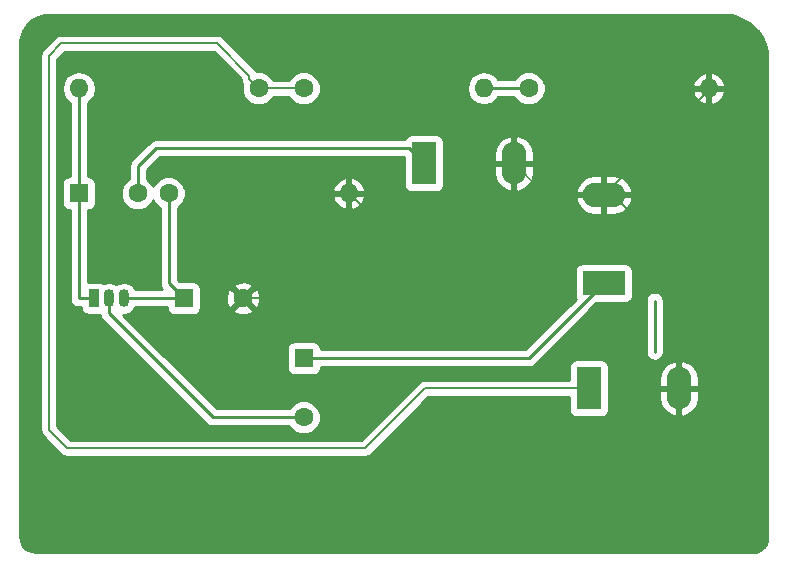
<source format=gbr>
G04 #@! TF.FileFunction,Copper,L1,Top,Signal*
%FSLAX46Y46*%
G04 Gerber Fmt 4.6, Leading zero omitted, Abs format (unit mm)*
G04 Created by KiCad (PCBNEW 4.0.6) date 05/24/17 23:06:32*
%MOMM*%
%LPD*%
G01*
G04 APERTURE LIST*
%ADD10C,0.100000*%
%ADD11R,1.600000X1.600000*%
%ADD12C,1.600000*%
%ADD13R,3.600000X2.100000*%
%ADD14O,3.600000X2.100000*%
%ADD15R,2.100000X3.600000*%
%ADD16O,2.100000X3.600000*%
%ADD17O,0.900000X1.500000*%
%ADD18R,0.900000X1.500000*%
%ADD19O,1.600000X1.600000*%
%ADD20C,0.250000*%
%ADD21C,0.200000*%
%ADD22C,0.254000*%
G04 APERTURE END LIST*
D10*
D11*
X160020000Y-76200000D03*
D12*
X160020000Y-81200000D03*
D11*
X149860000Y-71120000D03*
D12*
X154860000Y-71120000D03*
D11*
X140970000Y-62230000D03*
D12*
X145970000Y-62230000D03*
D13*
X185420000Y-69850000D03*
D14*
X185420000Y-62350000D03*
D15*
X170180000Y-59690000D03*
D16*
X177800000Y-59690000D03*
D17*
X143510000Y-71120000D03*
X144780000Y-71120000D03*
D18*
X142240000Y-71120000D03*
D12*
X160020000Y-53340000D03*
D19*
X175260000Y-53340000D03*
D12*
X179070000Y-53340000D03*
D19*
X194310000Y-53340000D03*
D12*
X156210000Y-53340000D03*
D19*
X140970000Y-53340000D03*
D12*
X148590000Y-62230000D03*
D19*
X163830000Y-62230000D03*
D15*
X184150000Y-78740000D03*
D16*
X191770000Y-78740000D03*
D20*
X189738000Y-71315580D02*
X189738000Y-75658980D01*
X160020000Y-76200000D02*
X179070000Y-76200000D01*
X179070000Y-76200000D02*
X185420000Y-69850000D01*
X143510000Y-71120000D02*
X143510000Y-72390000D01*
X152320000Y-81200000D02*
X160020000Y-81200000D01*
X143510000Y-72390000D02*
X152320000Y-81200000D01*
X149860000Y-71120000D02*
X144780000Y-71120000D01*
X148590000Y-62230000D02*
X148590000Y-69850000D01*
X148590000Y-69850000D02*
X149860000Y-71120000D01*
D21*
X185420000Y-62350000D02*
X186170000Y-62350000D01*
X186170000Y-62350000D02*
X191770000Y-67950000D01*
X191770000Y-67950000D02*
X191770000Y-76740000D01*
X191770000Y-76740000D02*
X191770000Y-78740000D01*
X168605200Y-71120000D02*
X177800000Y-61925200D01*
X177800000Y-61925200D02*
X177800000Y-59690000D01*
X154860000Y-71120000D02*
X168605200Y-71120000D01*
X154860000Y-71120000D02*
X163830000Y-71120000D01*
X163830000Y-71120000D02*
X163830000Y-62230000D01*
X177800000Y-59690000D02*
X173990000Y-59690000D01*
X166370000Y-64770000D02*
X163830000Y-62230000D01*
X168910000Y-64770000D02*
X166370000Y-64770000D01*
X173990000Y-59690000D02*
X168910000Y-64770000D01*
X185420000Y-62350000D02*
X180460000Y-62350000D01*
X180460000Y-62350000D02*
X177800000Y-59690000D01*
X194310000Y-53340000D02*
X194310000Y-53460000D01*
X194310000Y-53460000D02*
X185420000Y-62350000D01*
D20*
X140970000Y-62230000D02*
X140970000Y-71120000D01*
X140970000Y-71120000D02*
X142240000Y-71120000D01*
X140970000Y-53340000D02*
X140970000Y-62230000D01*
X145970000Y-62230000D02*
X145970000Y-59950340D01*
X145970000Y-59950340D02*
X147500340Y-58420000D01*
X147500340Y-58420000D02*
X168910000Y-58420000D01*
X168910000Y-58420000D02*
X170180000Y-59690000D01*
D21*
X156210000Y-53340000D02*
X155410001Y-52540001D01*
X138430000Y-82237580D02*
X140012420Y-83820000D01*
X155410001Y-52540001D02*
X155410001Y-52255521D01*
X138430000Y-50568860D02*
X138430000Y-82237580D01*
X155410001Y-52255521D02*
X152684480Y-49530000D01*
X152684480Y-49530000D02*
X139468860Y-49530000D01*
X139468860Y-49530000D02*
X138430000Y-50568860D01*
X140012420Y-83820000D02*
X165193980Y-83820000D01*
X165193980Y-83820000D02*
X170273980Y-78740000D01*
X170273980Y-78740000D02*
X184150000Y-78740000D01*
X156210000Y-53340000D02*
X160020000Y-53340000D01*
D20*
X175260000Y-53340000D02*
X179070000Y-53340000D01*
D22*
G36*
X195904862Y-47144277D02*
X195907692Y-47144536D01*
X196219873Y-47169510D01*
X196551615Y-47224403D01*
X197406305Y-47604541D01*
X197713304Y-47768750D01*
X198525342Y-48580788D01*
X198867072Y-49129996D01*
X199130600Y-49802364D01*
X199247768Y-50375998D01*
X199273160Y-91274614D01*
X199270777Y-91653496D01*
X199172799Y-91893988D01*
X198992277Y-92171714D01*
X198626051Y-92467058D01*
X198461856Y-92544834D01*
X198306726Y-92572844D01*
X137314982Y-92593157D01*
X136978198Y-92552262D01*
X136627406Y-92444686D01*
X136325376Y-92231221D01*
X136138328Y-91951776D01*
X136035988Y-91607541D01*
X136014461Y-91310946D01*
X136021891Y-50568860D01*
X137695000Y-50568860D01*
X137695000Y-82237580D01*
X137730738Y-82417243D01*
X137750949Y-82518852D01*
X137910277Y-82757303D01*
X139492697Y-84339724D01*
X139731148Y-84499051D01*
X140012420Y-84555000D01*
X165193980Y-84555000D01*
X165475252Y-84499051D01*
X165713703Y-84339723D01*
X170578427Y-79475000D01*
X182452560Y-79475000D01*
X182452560Y-80540000D01*
X182496838Y-80775317D01*
X182635910Y-80991441D01*
X182848110Y-81136431D01*
X183100000Y-81187440D01*
X185200000Y-81187440D01*
X185435317Y-81143162D01*
X185651441Y-81004090D01*
X185796431Y-80791890D01*
X185847440Y-80540000D01*
X185847440Y-78867000D01*
X190085000Y-78867000D01*
X190085000Y-79617000D01*
X190261864Y-80252154D01*
X190668328Y-80771277D01*
X191242511Y-81095337D01*
X191381721Y-81129654D01*
X191643000Y-81010957D01*
X191643000Y-78867000D01*
X191897000Y-78867000D01*
X191897000Y-81010957D01*
X192158279Y-81129654D01*
X192297489Y-81095337D01*
X192871672Y-80771277D01*
X193278136Y-80252154D01*
X193455000Y-79617000D01*
X193455000Y-78867000D01*
X191897000Y-78867000D01*
X191643000Y-78867000D01*
X190085000Y-78867000D01*
X185847440Y-78867000D01*
X185847440Y-77863000D01*
X190085000Y-77863000D01*
X190085000Y-78613000D01*
X191643000Y-78613000D01*
X191643000Y-76469043D01*
X191897000Y-76469043D01*
X191897000Y-78613000D01*
X193455000Y-78613000D01*
X193455000Y-77863000D01*
X193278136Y-77227846D01*
X192871672Y-76708723D01*
X192297489Y-76384663D01*
X192158279Y-76350346D01*
X191897000Y-76469043D01*
X191643000Y-76469043D01*
X191381721Y-76350346D01*
X191242511Y-76384663D01*
X190668328Y-76708723D01*
X190261864Y-77227846D01*
X190085000Y-77863000D01*
X185847440Y-77863000D01*
X185847440Y-76940000D01*
X185803162Y-76704683D01*
X185664090Y-76488559D01*
X185451890Y-76343569D01*
X185200000Y-76292560D01*
X183100000Y-76292560D01*
X182864683Y-76336838D01*
X182648559Y-76475910D01*
X182503569Y-76688110D01*
X182452560Y-76940000D01*
X182452560Y-78005000D01*
X170273980Y-78005000D01*
X169992708Y-78060949D01*
X169754257Y-78220276D01*
X164889534Y-83085000D01*
X140316867Y-83085000D01*
X139165000Y-81933134D01*
X139165000Y-53340000D01*
X139506887Y-53340000D01*
X139616120Y-53889151D01*
X139927189Y-54354698D01*
X140210000Y-54543667D01*
X140210000Y-60782560D01*
X140170000Y-60782560D01*
X139934683Y-60826838D01*
X139718559Y-60965910D01*
X139573569Y-61178110D01*
X139522560Y-61430000D01*
X139522560Y-63030000D01*
X139566838Y-63265317D01*
X139705910Y-63481441D01*
X139918110Y-63626431D01*
X140170000Y-63677440D01*
X140210000Y-63677440D01*
X140210000Y-71120000D01*
X140267852Y-71410839D01*
X140432599Y-71657401D01*
X140679161Y-71822148D01*
X140970000Y-71880000D01*
X141144442Y-71880000D01*
X141186838Y-72105317D01*
X141325910Y-72321441D01*
X141538110Y-72466431D01*
X141790000Y-72517440D01*
X142690000Y-72517440D01*
X142772270Y-72501960D01*
X142807852Y-72680839D01*
X142972599Y-72927401D01*
X151782599Y-81737401D01*
X152029161Y-81902148D01*
X152320000Y-81960000D01*
X158781354Y-81960000D01*
X158802757Y-82011800D01*
X159206077Y-82415824D01*
X159733309Y-82634750D01*
X160304187Y-82635248D01*
X160831800Y-82417243D01*
X161235824Y-82013923D01*
X161454750Y-81486691D01*
X161455248Y-80915813D01*
X161237243Y-80388200D01*
X160833923Y-79984176D01*
X160306691Y-79765250D01*
X159735813Y-79764752D01*
X159208200Y-79982757D01*
X158804176Y-80386077D01*
X158781785Y-80440000D01*
X152634802Y-80440000D01*
X147594802Y-75400000D01*
X158572560Y-75400000D01*
X158572560Y-77000000D01*
X158616838Y-77235317D01*
X158755910Y-77451441D01*
X158968110Y-77596431D01*
X159220000Y-77647440D01*
X160820000Y-77647440D01*
X161055317Y-77603162D01*
X161271441Y-77464090D01*
X161416431Y-77251890D01*
X161467440Y-77000000D01*
X161467440Y-76960000D01*
X179070000Y-76960000D01*
X179360839Y-76902148D01*
X179607401Y-76737401D01*
X184797362Y-71547440D01*
X187220000Y-71547440D01*
X187455317Y-71503162D01*
X187671441Y-71364090D01*
X187704586Y-71315580D01*
X188978000Y-71315580D01*
X188978000Y-75658980D01*
X189035852Y-75949819D01*
X189200599Y-76196381D01*
X189447161Y-76361128D01*
X189738000Y-76418980D01*
X190028839Y-76361128D01*
X190275401Y-76196381D01*
X190440148Y-75949819D01*
X190498000Y-75658980D01*
X190498000Y-71315580D01*
X190440148Y-71024741D01*
X190275401Y-70778179D01*
X190028839Y-70613432D01*
X189738000Y-70555580D01*
X189447161Y-70613432D01*
X189200599Y-70778179D01*
X189035852Y-71024741D01*
X188978000Y-71315580D01*
X187704586Y-71315580D01*
X187816431Y-71151890D01*
X187867440Y-70900000D01*
X187867440Y-68800000D01*
X187823162Y-68564683D01*
X187684090Y-68348559D01*
X187471890Y-68203569D01*
X187220000Y-68152560D01*
X183620000Y-68152560D01*
X183384683Y-68196838D01*
X183168559Y-68335910D01*
X183023569Y-68548110D01*
X182972560Y-68800000D01*
X182972560Y-70900000D01*
X183016838Y-71135317D01*
X183033691Y-71161507D01*
X178755198Y-75440000D01*
X161467440Y-75440000D01*
X161467440Y-75400000D01*
X161423162Y-75164683D01*
X161284090Y-74948559D01*
X161071890Y-74803569D01*
X160820000Y-74752560D01*
X159220000Y-74752560D01*
X158984683Y-74796838D01*
X158768559Y-74935910D01*
X158623569Y-75148110D01*
X158572560Y-75400000D01*
X147594802Y-75400000D01*
X144713760Y-72518958D01*
X144780000Y-72532134D01*
X145195212Y-72449543D01*
X145547211Y-72214345D01*
X145770613Y-71880000D01*
X148412560Y-71880000D01*
X148412560Y-71920000D01*
X148456838Y-72155317D01*
X148595910Y-72371441D01*
X148808110Y-72516431D01*
X149060000Y-72567440D01*
X150660000Y-72567440D01*
X150895317Y-72523162D01*
X151111441Y-72384090D01*
X151256431Y-72171890D01*
X151265370Y-72127745D01*
X154031861Y-72127745D01*
X154105995Y-72373864D01*
X154643223Y-72566965D01*
X155213454Y-72539778D01*
X155614005Y-72373864D01*
X155688139Y-72127745D01*
X154860000Y-71299605D01*
X154031861Y-72127745D01*
X151265370Y-72127745D01*
X151307440Y-71920000D01*
X151307440Y-70903223D01*
X153413035Y-70903223D01*
X153440222Y-71473454D01*
X153606136Y-71874005D01*
X153852255Y-71948139D01*
X154680395Y-71120000D01*
X155039605Y-71120000D01*
X155867745Y-71948139D01*
X156113864Y-71874005D01*
X156306965Y-71336777D01*
X156279778Y-70766546D01*
X156113864Y-70365995D01*
X155867745Y-70291861D01*
X155039605Y-71120000D01*
X154680395Y-71120000D01*
X153852255Y-70291861D01*
X153606136Y-70365995D01*
X153413035Y-70903223D01*
X151307440Y-70903223D01*
X151307440Y-70320000D01*
X151268351Y-70112255D01*
X154031861Y-70112255D01*
X154860000Y-70940395D01*
X155688139Y-70112255D01*
X155614005Y-69866136D01*
X155076777Y-69673035D01*
X154506546Y-69700222D01*
X154105995Y-69866136D01*
X154031861Y-70112255D01*
X151268351Y-70112255D01*
X151263162Y-70084683D01*
X151124090Y-69868559D01*
X150911890Y-69723569D01*
X150660000Y-69672560D01*
X149487362Y-69672560D01*
X149350000Y-69535198D01*
X149350000Y-63468646D01*
X149401800Y-63447243D01*
X149805824Y-63043923D01*
X149998860Y-62579039D01*
X162438096Y-62579039D01*
X162598959Y-62967423D01*
X162974866Y-63382389D01*
X163480959Y-63621914D01*
X163703000Y-63500629D01*
X163703000Y-62357000D01*
X163957000Y-62357000D01*
X163957000Y-63500629D01*
X164179041Y-63621914D01*
X164685134Y-63382389D01*
X165061041Y-62967423D01*
X165155949Y-62738279D01*
X183030346Y-62738279D01*
X183064663Y-62877489D01*
X183388723Y-63451672D01*
X183907846Y-63858136D01*
X184543000Y-64035000D01*
X185293000Y-64035000D01*
X185293000Y-62477000D01*
X185547000Y-62477000D01*
X185547000Y-64035000D01*
X186297000Y-64035000D01*
X186932154Y-63858136D01*
X187451277Y-63451672D01*
X187775337Y-62877489D01*
X187809654Y-62738279D01*
X187690957Y-62477000D01*
X185547000Y-62477000D01*
X185293000Y-62477000D01*
X183149043Y-62477000D01*
X183030346Y-62738279D01*
X165155949Y-62738279D01*
X165221904Y-62579039D01*
X165099915Y-62357000D01*
X163957000Y-62357000D01*
X163703000Y-62357000D01*
X162560085Y-62357000D01*
X162438096Y-62579039D01*
X149998860Y-62579039D01*
X150024750Y-62516691D01*
X150025248Y-61945813D01*
X149998452Y-61880961D01*
X162438096Y-61880961D01*
X162560085Y-62103000D01*
X163703000Y-62103000D01*
X163703000Y-60959371D01*
X163957000Y-60959371D01*
X163957000Y-62103000D01*
X165099915Y-62103000D01*
X165221904Y-61880961D01*
X165061041Y-61492577D01*
X164685134Y-61077611D01*
X164179041Y-60838086D01*
X163957000Y-60959371D01*
X163703000Y-60959371D01*
X163480959Y-60838086D01*
X162974866Y-61077611D01*
X162598959Y-61492577D01*
X162438096Y-61880961D01*
X149998452Y-61880961D01*
X149807243Y-61418200D01*
X149403923Y-61014176D01*
X148876691Y-60795250D01*
X148305813Y-60794752D01*
X147778200Y-61012757D01*
X147374176Y-61416077D01*
X147280039Y-61642784D01*
X147187243Y-61418200D01*
X146783923Y-61014176D01*
X146730000Y-60991785D01*
X146730000Y-60265142D01*
X147815142Y-59180000D01*
X168482560Y-59180000D01*
X168482560Y-61490000D01*
X168526838Y-61725317D01*
X168665910Y-61941441D01*
X168878110Y-62086431D01*
X169130000Y-62137440D01*
X171230000Y-62137440D01*
X171465317Y-62093162D01*
X171681441Y-61954090D01*
X171826431Y-61741890D01*
X171877440Y-61490000D01*
X171877440Y-59817000D01*
X176115000Y-59817000D01*
X176115000Y-60567000D01*
X176291864Y-61202154D01*
X176698328Y-61721277D01*
X177272511Y-62045337D01*
X177411721Y-62079654D01*
X177673000Y-61960957D01*
X177673000Y-59817000D01*
X177927000Y-59817000D01*
X177927000Y-61960957D01*
X178188279Y-62079654D01*
X178327489Y-62045337D01*
X178475643Y-61961721D01*
X183030346Y-61961721D01*
X183149043Y-62223000D01*
X185293000Y-62223000D01*
X185293000Y-60665000D01*
X185547000Y-60665000D01*
X185547000Y-62223000D01*
X187690957Y-62223000D01*
X187809654Y-61961721D01*
X187775337Y-61822511D01*
X187451277Y-61248328D01*
X186932154Y-60841864D01*
X186297000Y-60665000D01*
X185547000Y-60665000D01*
X185293000Y-60665000D01*
X184543000Y-60665000D01*
X183907846Y-60841864D01*
X183388723Y-61248328D01*
X183064663Y-61822511D01*
X183030346Y-61961721D01*
X178475643Y-61961721D01*
X178901672Y-61721277D01*
X179308136Y-61202154D01*
X179485000Y-60567000D01*
X179485000Y-59817000D01*
X177927000Y-59817000D01*
X177673000Y-59817000D01*
X176115000Y-59817000D01*
X171877440Y-59817000D01*
X171877440Y-58813000D01*
X176115000Y-58813000D01*
X176115000Y-59563000D01*
X177673000Y-59563000D01*
X177673000Y-57419043D01*
X177927000Y-57419043D01*
X177927000Y-59563000D01*
X179485000Y-59563000D01*
X179485000Y-58813000D01*
X179308136Y-58177846D01*
X178901672Y-57658723D01*
X178327489Y-57334663D01*
X178188279Y-57300346D01*
X177927000Y-57419043D01*
X177673000Y-57419043D01*
X177411721Y-57300346D01*
X177272511Y-57334663D01*
X176698328Y-57658723D01*
X176291864Y-58177846D01*
X176115000Y-58813000D01*
X171877440Y-58813000D01*
X171877440Y-57890000D01*
X171833162Y-57654683D01*
X171694090Y-57438559D01*
X171481890Y-57293569D01*
X171230000Y-57242560D01*
X169130000Y-57242560D01*
X168894683Y-57286838D01*
X168678559Y-57425910D01*
X168533569Y-57638110D01*
X168529136Y-57660000D01*
X147500340Y-57660000D01*
X147209501Y-57717852D01*
X146962939Y-57882599D01*
X145432599Y-59412939D01*
X145267852Y-59659501D01*
X145210000Y-59950340D01*
X145210000Y-60991354D01*
X145158200Y-61012757D01*
X144754176Y-61416077D01*
X144535250Y-61943309D01*
X144534752Y-62514187D01*
X144752757Y-63041800D01*
X145156077Y-63445824D01*
X145683309Y-63664750D01*
X146254187Y-63665248D01*
X146781800Y-63447243D01*
X147185824Y-63043923D01*
X147279961Y-62817216D01*
X147372757Y-63041800D01*
X147776077Y-63445824D01*
X147830000Y-63468215D01*
X147830000Y-69850000D01*
X147887852Y-70140839D01*
X148034290Y-70360000D01*
X145770613Y-70360000D01*
X145547211Y-70025655D01*
X145195212Y-69790457D01*
X144780000Y-69707866D01*
X144364788Y-69790457D01*
X144145000Y-69937315D01*
X143925212Y-69790457D01*
X143510000Y-69707866D01*
X143094788Y-69790457D01*
X143029981Y-69833759D01*
X142941890Y-69773569D01*
X142690000Y-69722560D01*
X141790000Y-69722560D01*
X141730000Y-69733850D01*
X141730000Y-63677440D01*
X141770000Y-63677440D01*
X142005317Y-63633162D01*
X142221441Y-63494090D01*
X142366431Y-63281890D01*
X142417440Y-63030000D01*
X142417440Y-61430000D01*
X142373162Y-61194683D01*
X142234090Y-60978559D01*
X142021890Y-60833569D01*
X141770000Y-60782560D01*
X141730000Y-60782560D01*
X141730000Y-54543667D01*
X142012811Y-54354698D01*
X142323880Y-53889151D01*
X142433113Y-53340000D01*
X142323880Y-52790849D01*
X142012811Y-52325302D01*
X141547264Y-52014233D01*
X140998113Y-51905000D01*
X140941887Y-51905000D01*
X140392736Y-52014233D01*
X139927189Y-52325302D01*
X139616120Y-52790849D01*
X139506887Y-53340000D01*
X139165000Y-53340000D01*
X139165000Y-50873306D01*
X139773307Y-50265000D01*
X152380034Y-50265000D01*
X154679959Y-52564926D01*
X154730752Y-52820276D01*
X154730950Y-52821273D01*
X154817694Y-52951094D01*
X154775250Y-53053309D01*
X154774752Y-53624187D01*
X154992757Y-54151800D01*
X155396077Y-54555824D01*
X155923309Y-54774750D01*
X156494187Y-54775248D01*
X157021800Y-54557243D01*
X157425824Y-54153923D01*
X157458596Y-54075000D01*
X158771024Y-54075000D01*
X158802757Y-54151800D01*
X159206077Y-54555824D01*
X159733309Y-54774750D01*
X160304187Y-54775248D01*
X160831800Y-54557243D01*
X161235824Y-54153923D01*
X161454750Y-53626691D01*
X161455000Y-53340000D01*
X173796887Y-53340000D01*
X173906120Y-53889151D01*
X174217189Y-54354698D01*
X174682736Y-54665767D01*
X175231887Y-54775000D01*
X175288113Y-54775000D01*
X175837264Y-54665767D01*
X176302811Y-54354698D01*
X176472995Y-54100000D01*
X177831354Y-54100000D01*
X177852757Y-54151800D01*
X178256077Y-54555824D01*
X178783309Y-54774750D01*
X179354187Y-54775248D01*
X179881800Y-54557243D01*
X180285824Y-54153923D01*
X180478860Y-53689039D01*
X192918096Y-53689039D01*
X193078959Y-54077423D01*
X193454866Y-54492389D01*
X193960959Y-54731914D01*
X194183000Y-54610629D01*
X194183000Y-53467000D01*
X194437000Y-53467000D01*
X194437000Y-54610629D01*
X194659041Y-54731914D01*
X195165134Y-54492389D01*
X195541041Y-54077423D01*
X195701904Y-53689039D01*
X195579915Y-53467000D01*
X194437000Y-53467000D01*
X194183000Y-53467000D01*
X193040085Y-53467000D01*
X192918096Y-53689039D01*
X180478860Y-53689039D01*
X180504750Y-53626691D01*
X180505248Y-53055813D01*
X180478452Y-52990961D01*
X192918096Y-52990961D01*
X193040085Y-53213000D01*
X194183000Y-53213000D01*
X194183000Y-52069371D01*
X194437000Y-52069371D01*
X194437000Y-53213000D01*
X195579915Y-53213000D01*
X195701904Y-52990961D01*
X195541041Y-52602577D01*
X195165134Y-52187611D01*
X194659041Y-51948086D01*
X194437000Y-52069371D01*
X194183000Y-52069371D01*
X193960959Y-51948086D01*
X193454866Y-52187611D01*
X193078959Y-52602577D01*
X192918096Y-52990961D01*
X180478452Y-52990961D01*
X180287243Y-52528200D01*
X179883923Y-52124176D01*
X179356691Y-51905250D01*
X178785813Y-51904752D01*
X178258200Y-52122757D01*
X177854176Y-52526077D01*
X177831785Y-52580000D01*
X176472995Y-52580000D01*
X176302811Y-52325302D01*
X175837264Y-52014233D01*
X175288113Y-51905000D01*
X175231887Y-51905000D01*
X174682736Y-52014233D01*
X174217189Y-52325302D01*
X173906120Y-52790849D01*
X173796887Y-53340000D01*
X161455000Y-53340000D01*
X161455248Y-53055813D01*
X161237243Y-52528200D01*
X160833923Y-52124176D01*
X160306691Y-51905250D01*
X159735813Y-51904752D01*
X159208200Y-52122757D01*
X158804176Y-52526077D01*
X158771404Y-52605000D01*
X157458976Y-52605000D01*
X157427243Y-52528200D01*
X157023923Y-52124176D01*
X156496691Y-51905250D01*
X156042684Y-51904854D01*
X155929725Y-51735798D01*
X153204203Y-49010277D01*
X152965752Y-48850949D01*
X152684480Y-48795000D01*
X139468860Y-48795000D01*
X139187588Y-48850949D01*
X138949137Y-49010276D01*
X137910277Y-50049137D01*
X137750949Y-50287588D01*
X137695000Y-50568860D01*
X136021891Y-50568860D01*
X136022080Y-49537643D01*
X136034224Y-49234022D01*
X136136177Y-48775233D01*
X136327850Y-48298448D01*
X136482250Y-48115975D01*
X136490970Y-48104387D01*
X136624953Y-47903413D01*
X136969018Y-47583241D01*
X137507160Y-47276427D01*
X137744849Y-47194867D01*
X138095045Y-47137301D01*
X195416074Y-47094145D01*
X195904862Y-47144277D01*
X195904862Y-47144277D01*
G37*
X195904862Y-47144277D02*
X195907692Y-47144536D01*
X196219873Y-47169510D01*
X196551615Y-47224403D01*
X197406305Y-47604541D01*
X197713304Y-47768750D01*
X198525342Y-48580788D01*
X198867072Y-49129996D01*
X199130600Y-49802364D01*
X199247768Y-50375998D01*
X199273160Y-91274614D01*
X199270777Y-91653496D01*
X199172799Y-91893988D01*
X198992277Y-92171714D01*
X198626051Y-92467058D01*
X198461856Y-92544834D01*
X198306726Y-92572844D01*
X137314982Y-92593157D01*
X136978198Y-92552262D01*
X136627406Y-92444686D01*
X136325376Y-92231221D01*
X136138328Y-91951776D01*
X136035988Y-91607541D01*
X136014461Y-91310946D01*
X136021891Y-50568860D01*
X137695000Y-50568860D01*
X137695000Y-82237580D01*
X137730738Y-82417243D01*
X137750949Y-82518852D01*
X137910277Y-82757303D01*
X139492697Y-84339724D01*
X139731148Y-84499051D01*
X140012420Y-84555000D01*
X165193980Y-84555000D01*
X165475252Y-84499051D01*
X165713703Y-84339723D01*
X170578427Y-79475000D01*
X182452560Y-79475000D01*
X182452560Y-80540000D01*
X182496838Y-80775317D01*
X182635910Y-80991441D01*
X182848110Y-81136431D01*
X183100000Y-81187440D01*
X185200000Y-81187440D01*
X185435317Y-81143162D01*
X185651441Y-81004090D01*
X185796431Y-80791890D01*
X185847440Y-80540000D01*
X185847440Y-78867000D01*
X190085000Y-78867000D01*
X190085000Y-79617000D01*
X190261864Y-80252154D01*
X190668328Y-80771277D01*
X191242511Y-81095337D01*
X191381721Y-81129654D01*
X191643000Y-81010957D01*
X191643000Y-78867000D01*
X191897000Y-78867000D01*
X191897000Y-81010957D01*
X192158279Y-81129654D01*
X192297489Y-81095337D01*
X192871672Y-80771277D01*
X193278136Y-80252154D01*
X193455000Y-79617000D01*
X193455000Y-78867000D01*
X191897000Y-78867000D01*
X191643000Y-78867000D01*
X190085000Y-78867000D01*
X185847440Y-78867000D01*
X185847440Y-77863000D01*
X190085000Y-77863000D01*
X190085000Y-78613000D01*
X191643000Y-78613000D01*
X191643000Y-76469043D01*
X191897000Y-76469043D01*
X191897000Y-78613000D01*
X193455000Y-78613000D01*
X193455000Y-77863000D01*
X193278136Y-77227846D01*
X192871672Y-76708723D01*
X192297489Y-76384663D01*
X192158279Y-76350346D01*
X191897000Y-76469043D01*
X191643000Y-76469043D01*
X191381721Y-76350346D01*
X191242511Y-76384663D01*
X190668328Y-76708723D01*
X190261864Y-77227846D01*
X190085000Y-77863000D01*
X185847440Y-77863000D01*
X185847440Y-76940000D01*
X185803162Y-76704683D01*
X185664090Y-76488559D01*
X185451890Y-76343569D01*
X185200000Y-76292560D01*
X183100000Y-76292560D01*
X182864683Y-76336838D01*
X182648559Y-76475910D01*
X182503569Y-76688110D01*
X182452560Y-76940000D01*
X182452560Y-78005000D01*
X170273980Y-78005000D01*
X169992708Y-78060949D01*
X169754257Y-78220276D01*
X164889534Y-83085000D01*
X140316867Y-83085000D01*
X139165000Y-81933134D01*
X139165000Y-53340000D01*
X139506887Y-53340000D01*
X139616120Y-53889151D01*
X139927189Y-54354698D01*
X140210000Y-54543667D01*
X140210000Y-60782560D01*
X140170000Y-60782560D01*
X139934683Y-60826838D01*
X139718559Y-60965910D01*
X139573569Y-61178110D01*
X139522560Y-61430000D01*
X139522560Y-63030000D01*
X139566838Y-63265317D01*
X139705910Y-63481441D01*
X139918110Y-63626431D01*
X140170000Y-63677440D01*
X140210000Y-63677440D01*
X140210000Y-71120000D01*
X140267852Y-71410839D01*
X140432599Y-71657401D01*
X140679161Y-71822148D01*
X140970000Y-71880000D01*
X141144442Y-71880000D01*
X141186838Y-72105317D01*
X141325910Y-72321441D01*
X141538110Y-72466431D01*
X141790000Y-72517440D01*
X142690000Y-72517440D01*
X142772270Y-72501960D01*
X142807852Y-72680839D01*
X142972599Y-72927401D01*
X151782599Y-81737401D01*
X152029161Y-81902148D01*
X152320000Y-81960000D01*
X158781354Y-81960000D01*
X158802757Y-82011800D01*
X159206077Y-82415824D01*
X159733309Y-82634750D01*
X160304187Y-82635248D01*
X160831800Y-82417243D01*
X161235824Y-82013923D01*
X161454750Y-81486691D01*
X161455248Y-80915813D01*
X161237243Y-80388200D01*
X160833923Y-79984176D01*
X160306691Y-79765250D01*
X159735813Y-79764752D01*
X159208200Y-79982757D01*
X158804176Y-80386077D01*
X158781785Y-80440000D01*
X152634802Y-80440000D01*
X147594802Y-75400000D01*
X158572560Y-75400000D01*
X158572560Y-77000000D01*
X158616838Y-77235317D01*
X158755910Y-77451441D01*
X158968110Y-77596431D01*
X159220000Y-77647440D01*
X160820000Y-77647440D01*
X161055317Y-77603162D01*
X161271441Y-77464090D01*
X161416431Y-77251890D01*
X161467440Y-77000000D01*
X161467440Y-76960000D01*
X179070000Y-76960000D01*
X179360839Y-76902148D01*
X179607401Y-76737401D01*
X184797362Y-71547440D01*
X187220000Y-71547440D01*
X187455317Y-71503162D01*
X187671441Y-71364090D01*
X187704586Y-71315580D01*
X188978000Y-71315580D01*
X188978000Y-75658980D01*
X189035852Y-75949819D01*
X189200599Y-76196381D01*
X189447161Y-76361128D01*
X189738000Y-76418980D01*
X190028839Y-76361128D01*
X190275401Y-76196381D01*
X190440148Y-75949819D01*
X190498000Y-75658980D01*
X190498000Y-71315580D01*
X190440148Y-71024741D01*
X190275401Y-70778179D01*
X190028839Y-70613432D01*
X189738000Y-70555580D01*
X189447161Y-70613432D01*
X189200599Y-70778179D01*
X189035852Y-71024741D01*
X188978000Y-71315580D01*
X187704586Y-71315580D01*
X187816431Y-71151890D01*
X187867440Y-70900000D01*
X187867440Y-68800000D01*
X187823162Y-68564683D01*
X187684090Y-68348559D01*
X187471890Y-68203569D01*
X187220000Y-68152560D01*
X183620000Y-68152560D01*
X183384683Y-68196838D01*
X183168559Y-68335910D01*
X183023569Y-68548110D01*
X182972560Y-68800000D01*
X182972560Y-70900000D01*
X183016838Y-71135317D01*
X183033691Y-71161507D01*
X178755198Y-75440000D01*
X161467440Y-75440000D01*
X161467440Y-75400000D01*
X161423162Y-75164683D01*
X161284090Y-74948559D01*
X161071890Y-74803569D01*
X160820000Y-74752560D01*
X159220000Y-74752560D01*
X158984683Y-74796838D01*
X158768559Y-74935910D01*
X158623569Y-75148110D01*
X158572560Y-75400000D01*
X147594802Y-75400000D01*
X144713760Y-72518958D01*
X144780000Y-72532134D01*
X145195212Y-72449543D01*
X145547211Y-72214345D01*
X145770613Y-71880000D01*
X148412560Y-71880000D01*
X148412560Y-71920000D01*
X148456838Y-72155317D01*
X148595910Y-72371441D01*
X148808110Y-72516431D01*
X149060000Y-72567440D01*
X150660000Y-72567440D01*
X150895317Y-72523162D01*
X151111441Y-72384090D01*
X151256431Y-72171890D01*
X151265370Y-72127745D01*
X154031861Y-72127745D01*
X154105995Y-72373864D01*
X154643223Y-72566965D01*
X155213454Y-72539778D01*
X155614005Y-72373864D01*
X155688139Y-72127745D01*
X154860000Y-71299605D01*
X154031861Y-72127745D01*
X151265370Y-72127745D01*
X151307440Y-71920000D01*
X151307440Y-70903223D01*
X153413035Y-70903223D01*
X153440222Y-71473454D01*
X153606136Y-71874005D01*
X153852255Y-71948139D01*
X154680395Y-71120000D01*
X155039605Y-71120000D01*
X155867745Y-71948139D01*
X156113864Y-71874005D01*
X156306965Y-71336777D01*
X156279778Y-70766546D01*
X156113864Y-70365995D01*
X155867745Y-70291861D01*
X155039605Y-71120000D01*
X154680395Y-71120000D01*
X153852255Y-70291861D01*
X153606136Y-70365995D01*
X153413035Y-70903223D01*
X151307440Y-70903223D01*
X151307440Y-70320000D01*
X151268351Y-70112255D01*
X154031861Y-70112255D01*
X154860000Y-70940395D01*
X155688139Y-70112255D01*
X155614005Y-69866136D01*
X155076777Y-69673035D01*
X154506546Y-69700222D01*
X154105995Y-69866136D01*
X154031861Y-70112255D01*
X151268351Y-70112255D01*
X151263162Y-70084683D01*
X151124090Y-69868559D01*
X150911890Y-69723569D01*
X150660000Y-69672560D01*
X149487362Y-69672560D01*
X149350000Y-69535198D01*
X149350000Y-63468646D01*
X149401800Y-63447243D01*
X149805824Y-63043923D01*
X149998860Y-62579039D01*
X162438096Y-62579039D01*
X162598959Y-62967423D01*
X162974866Y-63382389D01*
X163480959Y-63621914D01*
X163703000Y-63500629D01*
X163703000Y-62357000D01*
X163957000Y-62357000D01*
X163957000Y-63500629D01*
X164179041Y-63621914D01*
X164685134Y-63382389D01*
X165061041Y-62967423D01*
X165155949Y-62738279D01*
X183030346Y-62738279D01*
X183064663Y-62877489D01*
X183388723Y-63451672D01*
X183907846Y-63858136D01*
X184543000Y-64035000D01*
X185293000Y-64035000D01*
X185293000Y-62477000D01*
X185547000Y-62477000D01*
X185547000Y-64035000D01*
X186297000Y-64035000D01*
X186932154Y-63858136D01*
X187451277Y-63451672D01*
X187775337Y-62877489D01*
X187809654Y-62738279D01*
X187690957Y-62477000D01*
X185547000Y-62477000D01*
X185293000Y-62477000D01*
X183149043Y-62477000D01*
X183030346Y-62738279D01*
X165155949Y-62738279D01*
X165221904Y-62579039D01*
X165099915Y-62357000D01*
X163957000Y-62357000D01*
X163703000Y-62357000D01*
X162560085Y-62357000D01*
X162438096Y-62579039D01*
X149998860Y-62579039D01*
X150024750Y-62516691D01*
X150025248Y-61945813D01*
X149998452Y-61880961D01*
X162438096Y-61880961D01*
X162560085Y-62103000D01*
X163703000Y-62103000D01*
X163703000Y-60959371D01*
X163957000Y-60959371D01*
X163957000Y-62103000D01*
X165099915Y-62103000D01*
X165221904Y-61880961D01*
X165061041Y-61492577D01*
X164685134Y-61077611D01*
X164179041Y-60838086D01*
X163957000Y-60959371D01*
X163703000Y-60959371D01*
X163480959Y-60838086D01*
X162974866Y-61077611D01*
X162598959Y-61492577D01*
X162438096Y-61880961D01*
X149998452Y-61880961D01*
X149807243Y-61418200D01*
X149403923Y-61014176D01*
X148876691Y-60795250D01*
X148305813Y-60794752D01*
X147778200Y-61012757D01*
X147374176Y-61416077D01*
X147280039Y-61642784D01*
X147187243Y-61418200D01*
X146783923Y-61014176D01*
X146730000Y-60991785D01*
X146730000Y-60265142D01*
X147815142Y-59180000D01*
X168482560Y-59180000D01*
X168482560Y-61490000D01*
X168526838Y-61725317D01*
X168665910Y-61941441D01*
X168878110Y-62086431D01*
X169130000Y-62137440D01*
X171230000Y-62137440D01*
X171465317Y-62093162D01*
X171681441Y-61954090D01*
X171826431Y-61741890D01*
X171877440Y-61490000D01*
X171877440Y-59817000D01*
X176115000Y-59817000D01*
X176115000Y-60567000D01*
X176291864Y-61202154D01*
X176698328Y-61721277D01*
X177272511Y-62045337D01*
X177411721Y-62079654D01*
X177673000Y-61960957D01*
X177673000Y-59817000D01*
X177927000Y-59817000D01*
X177927000Y-61960957D01*
X178188279Y-62079654D01*
X178327489Y-62045337D01*
X178475643Y-61961721D01*
X183030346Y-61961721D01*
X183149043Y-62223000D01*
X185293000Y-62223000D01*
X185293000Y-60665000D01*
X185547000Y-60665000D01*
X185547000Y-62223000D01*
X187690957Y-62223000D01*
X187809654Y-61961721D01*
X187775337Y-61822511D01*
X187451277Y-61248328D01*
X186932154Y-60841864D01*
X186297000Y-60665000D01*
X185547000Y-60665000D01*
X185293000Y-60665000D01*
X184543000Y-60665000D01*
X183907846Y-60841864D01*
X183388723Y-61248328D01*
X183064663Y-61822511D01*
X183030346Y-61961721D01*
X178475643Y-61961721D01*
X178901672Y-61721277D01*
X179308136Y-61202154D01*
X179485000Y-60567000D01*
X179485000Y-59817000D01*
X177927000Y-59817000D01*
X177673000Y-59817000D01*
X176115000Y-59817000D01*
X171877440Y-59817000D01*
X171877440Y-58813000D01*
X176115000Y-58813000D01*
X176115000Y-59563000D01*
X177673000Y-59563000D01*
X177673000Y-57419043D01*
X177927000Y-57419043D01*
X177927000Y-59563000D01*
X179485000Y-59563000D01*
X179485000Y-58813000D01*
X179308136Y-58177846D01*
X178901672Y-57658723D01*
X178327489Y-57334663D01*
X178188279Y-57300346D01*
X177927000Y-57419043D01*
X177673000Y-57419043D01*
X177411721Y-57300346D01*
X177272511Y-57334663D01*
X176698328Y-57658723D01*
X176291864Y-58177846D01*
X176115000Y-58813000D01*
X171877440Y-58813000D01*
X171877440Y-57890000D01*
X171833162Y-57654683D01*
X171694090Y-57438559D01*
X171481890Y-57293569D01*
X171230000Y-57242560D01*
X169130000Y-57242560D01*
X168894683Y-57286838D01*
X168678559Y-57425910D01*
X168533569Y-57638110D01*
X168529136Y-57660000D01*
X147500340Y-57660000D01*
X147209501Y-57717852D01*
X146962939Y-57882599D01*
X145432599Y-59412939D01*
X145267852Y-59659501D01*
X145210000Y-59950340D01*
X145210000Y-60991354D01*
X145158200Y-61012757D01*
X144754176Y-61416077D01*
X144535250Y-61943309D01*
X144534752Y-62514187D01*
X144752757Y-63041800D01*
X145156077Y-63445824D01*
X145683309Y-63664750D01*
X146254187Y-63665248D01*
X146781800Y-63447243D01*
X147185824Y-63043923D01*
X147279961Y-62817216D01*
X147372757Y-63041800D01*
X147776077Y-63445824D01*
X147830000Y-63468215D01*
X147830000Y-69850000D01*
X147887852Y-70140839D01*
X148034290Y-70360000D01*
X145770613Y-70360000D01*
X145547211Y-70025655D01*
X145195212Y-69790457D01*
X144780000Y-69707866D01*
X144364788Y-69790457D01*
X144145000Y-69937315D01*
X143925212Y-69790457D01*
X143510000Y-69707866D01*
X143094788Y-69790457D01*
X143029981Y-69833759D01*
X142941890Y-69773569D01*
X142690000Y-69722560D01*
X141790000Y-69722560D01*
X141730000Y-69733850D01*
X141730000Y-63677440D01*
X141770000Y-63677440D01*
X142005317Y-63633162D01*
X142221441Y-63494090D01*
X142366431Y-63281890D01*
X142417440Y-63030000D01*
X142417440Y-61430000D01*
X142373162Y-61194683D01*
X142234090Y-60978559D01*
X142021890Y-60833569D01*
X141770000Y-60782560D01*
X141730000Y-60782560D01*
X141730000Y-54543667D01*
X142012811Y-54354698D01*
X142323880Y-53889151D01*
X142433113Y-53340000D01*
X142323880Y-52790849D01*
X142012811Y-52325302D01*
X141547264Y-52014233D01*
X140998113Y-51905000D01*
X140941887Y-51905000D01*
X140392736Y-52014233D01*
X139927189Y-52325302D01*
X139616120Y-52790849D01*
X139506887Y-53340000D01*
X139165000Y-53340000D01*
X139165000Y-50873306D01*
X139773307Y-50265000D01*
X152380034Y-50265000D01*
X154679959Y-52564926D01*
X154730752Y-52820276D01*
X154730950Y-52821273D01*
X154817694Y-52951094D01*
X154775250Y-53053309D01*
X154774752Y-53624187D01*
X154992757Y-54151800D01*
X155396077Y-54555824D01*
X155923309Y-54774750D01*
X156494187Y-54775248D01*
X157021800Y-54557243D01*
X157425824Y-54153923D01*
X157458596Y-54075000D01*
X158771024Y-54075000D01*
X158802757Y-54151800D01*
X159206077Y-54555824D01*
X159733309Y-54774750D01*
X160304187Y-54775248D01*
X160831800Y-54557243D01*
X161235824Y-54153923D01*
X161454750Y-53626691D01*
X161455000Y-53340000D01*
X173796887Y-53340000D01*
X173906120Y-53889151D01*
X174217189Y-54354698D01*
X174682736Y-54665767D01*
X175231887Y-54775000D01*
X175288113Y-54775000D01*
X175837264Y-54665767D01*
X176302811Y-54354698D01*
X176472995Y-54100000D01*
X177831354Y-54100000D01*
X177852757Y-54151800D01*
X178256077Y-54555824D01*
X178783309Y-54774750D01*
X179354187Y-54775248D01*
X179881800Y-54557243D01*
X180285824Y-54153923D01*
X180478860Y-53689039D01*
X192918096Y-53689039D01*
X193078959Y-54077423D01*
X193454866Y-54492389D01*
X193960959Y-54731914D01*
X194183000Y-54610629D01*
X194183000Y-53467000D01*
X194437000Y-53467000D01*
X194437000Y-54610629D01*
X194659041Y-54731914D01*
X195165134Y-54492389D01*
X195541041Y-54077423D01*
X195701904Y-53689039D01*
X195579915Y-53467000D01*
X194437000Y-53467000D01*
X194183000Y-53467000D01*
X193040085Y-53467000D01*
X192918096Y-53689039D01*
X180478860Y-53689039D01*
X180504750Y-53626691D01*
X180505248Y-53055813D01*
X180478452Y-52990961D01*
X192918096Y-52990961D01*
X193040085Y-53213000D01*
X194183000Y-53213000D01*
X194183000Y-52069371D01*
X194437000Y-52069371D01*
X194437000Y-53213000D01*
X195579915Y-53213000D01*
X195701904Y-52990961D01*
X195541041Y-52602577D01*
X195165134Y-52187611D01*
X194659041Y-51948086D01*
X194437000Y-52069371D01*
X194183000Y-52069371D01*
X193960959Y-51948086D01*
X193454866Y-52187611D01*
X193078959Y-52602577D01*
X192918096Y-52990961D01*
X180478452Y-52990961D01*
X180287243Y-52528200D01*
X179883923Y-52124176D01*
X179356691Y-51905250D01*
X178785813Y-51904752D01*
X178258200Y-52122757D01*
X177854176Y-52526077D01*
X177831785Y-52580000D01*
X176472995Y-52580000D01*
X176302811Y-52325302D01*
X175837264Y-52014233D01*
X175288113Y-51905000D01*
X175231887Y-51905000D01*
X174682736Y-52014233D01*
X174217189Y-52325302D01*
X173906120Y-52790849D01*
X173796887Y-53340000D01*
X161455000Y-53340000D01*
X161455248Y-53055813D01*
X161237243Y-52528200D01*
X160833923Y-52124176D01*
X160306691Y-51905250D01*
X159735813Y-51904752D01*
X159208200Y-52122757D01*
X158804176Y-52526077D01*
X158771404Y-52605000D01*
X157458976Y-52605000D01*
X157427243Y-52528200D01*
X157023923Y-52124176D01*
X156496691Y-51905250D01*
X156042684Y-51904854D01*
X155929725Y-51735798D01*
X153204203Y-49010277D01*
X152965752Y-48850949D01*
X152684480Y-48795000D01*
X139468860Y-48795000D01*
X139187588Y-48850949D01*
X138949137Y-49010276D01*
X137910277Y-50049137D01*
X137750949Y-50287588D01*
X137695000Y-50568860D01*
X136021891Y-50568860D01*
X136022080Y-49537643D01*
X136034224Y-49234022D01*
X136136177Y-48775233D01*
X136327850Y-48298448D01*
X136482250Y-48115975D01*
X136490970Y-48104387D01*
X136624953Y-47903413D01*
X136969018Y-47583241D01*
X137507160Y-47276427D01*
X137744849Y-47194867D01*
X138095045Y-47137301D01*
X195416074Y-47094145D01*
X195904862Y-47144277D01*
M02*

</source>
